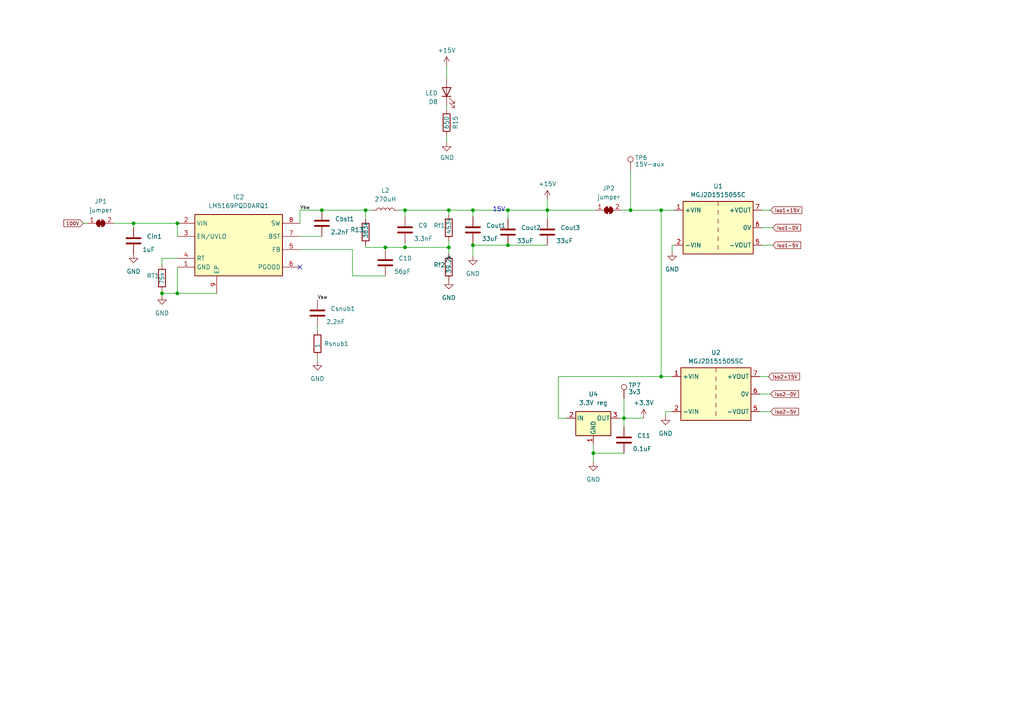
<source format=kicad_sch>
(kicad_sch (version 20231120) (generator "eeschema") (generator_version "8.0")
  (paper "A4")
  (lib_symbols
    (symbol "Connector:TestPoint" (pin_numbers hide) (pin_names (offset 0.762) hide)
      (property "Reference" "TP" (at 0 6.858 0))
      (property "Value" "TestPoint" (at 0 5.08 0))
      (symbol "TestPoint_0_1"
        (circle (center 0 3.302) (radius 0.762))
      )
      (symbol "TestPoint_1_1"
        (pin passive line (at 0 0 90) (length 2.54) (name "1") (number "1"))
      )
    )
    (symbol "Converter_DCDC:MGJ2D151505SC"
      (property "Reference" "U" (at 0 11.43 0))
      (property "Value" "MGJ2D151505SC" (at 0 8.89 0))
      (symbol "MGJ2D151505SC_0_1"
        (rectangle (start -10.16 7.62) (end 10.16 -7.62) (stroke (width 0.254)) (fill (type background)))
        (polyline (pts (xy 0 -5.08) (xy 0 -6.35)))
        (polyline (pts (xy 0 -2.54) (xy 0 -3.81)))
        (polyline (pts (xy 0 0) (xy 0 -1.27)))
        (polyline (pts (xy 0 2.54) (xy 0 1.27)))
        (polyline (pts (xy 0 5.08) (xy 0 3.81)))
        (polyline (pts (xy 0 7.62) (xy 0 6.35)))
      )
      (symbol "MGJ2D151505SC_1_1"
        (pin power_in line (at -12.7 5.08 0) (length 2.54) (name "+VIN") (number "1"))
        (pin power_in line (at -12.7 -5.08 0) (length 2.54) (name "-VIN") (number "2"))
        (pin power_out line (at 12.7 -5.08 180) (length 2.54) (name "-VOUT") (number "5"))
        (pin power_out line (at 12.7 0 180) (length 2.54) (name "0V") (number "6"))
        (pin power_out line (at 12.7 5.08 180) (length 2.54) (name "+VOUT") (number "7"))
      )
    )
    (symbol "Device:C" (pin_numbers hide) (pin_names (offset 0.254))
      (property "Reference" "C" (at 0.635 2.54 0))
      (property "Value" "C" (at 0.635 -2.54 0))
      (symbol "C_0_1"
        (polyline (pts (xy -2.032 -0.762) (xy 2.032 -0.762)) (stroke (width 0.508)))
        (polyline (pts (xy -2.032 0.762) (xy 2.032 0.762)) (stroke (width 0.508)))
      )
      (symbol "C_1_1"
        (pin passive line (at 0 3.81 270) (length 2.794) (name "~") (number "1"))
        (pin passive line (at 0 -3.81 90) (length 2.794) (name "~") (number "2"))
      )
    )
    (symbol "Device:L" (pin_numbers hide) (pin_names (offset 1.016) hide)
      (property "Reference" "L" (at -1.27 0 90))
      (property "Value" "L" (at 1.905 0 90))
      (symbol "L_0_1"
        (arc (start 0 -2.54) (mid 0.6323 -1.905) (end 0 -1.27))
        (arc (start 0 -1.27) (mid 0.6323 -0.635) (end 0 0))
        (arc (start 0 0) (mid 0.6323 0.635) (end 0 1.27))
        (arc (start 0 1.27) (mid 0.6323 1.905) (end 0 2.54))
      )
      (symbol "L_1_1"
        (pin passive line (at 0 3.81 270) (length 1.27) (name "1") (number "1"))
        (pin passive line (at 0 -3.81 90) (length 1.27) (name "2") (number "2"))
      )
    )
    (symbol "Device:LED" (pin_numbers hide) (pin_names (offset 1.016) hide)
      (property "Reference" "D" (at 0 2.54 0))
      (property "Value" "LED" (at 0 -2.54 0))
      (symbol "LED_0_1"
        (polyline (pts (xy -1.27 -1.27) (xy -1.27 1.27)) (stroke (width 0.254)))
        (polyline (pts (xy -1.27 0) (xy 1.27 0)))
        (polyline (pts (xy 1.27 -1.27) (xy 1.27 1.27) (xy -1.27 0) (xy 1.27 -1.27)) (stroke (width 0.254)))
        (polyline (pts (xy -3.048 -0.762) (xy -4.572 -2.286) (xy -3.81 -2.286) (xy -4.572 -2.286) (xy -4.572 -1.524)))
        (polyline (pts (xy -1.778 -0.762) (xy -3.302 -2.286) (xy -2.54 -2.286) (xy -3.302 -2.286) (xy -3.302 -1.524)))
      )
      (symbol "LED_1_1"
        (pin passive line (at -3.81 0 0) (length 2.54) (name "K") (number "1"))
        (pin passive line (at 3.81 0 180) (length 2.54) (name "A") (number "2"))
      )
    )
    (symbol "Device:R" (pin_numbers hide) (pin_names (offset 0))
      (property "Reference" "R" (at 2.032 0 90))
      (property "Value" "R" (at 0 0 90))
      (symbol "R_0_1"
        (rectangle (start -1.016 -2.54) (end 1.016 2.54) (stroke (width 0.254)))
      )
      (symbol "R_1_1"
        (pin passive line (at 0 3.81 270) (length 1.27) (name "~") (number "1"))
        (pin passive line (at 0 -3.81 90) (length 1.27) (name "~") (number "2"))
      )
    )
    (symbol "Jumper:SolderJumper_2_Bridged" (pin_names (offset 0) hide)
      (property "Reference" "JP" (at 0 2.032 0))
      (property "Value" "SolderJumper_2_Bridged" (at 0 -2.54 0))
      (symbol "SolderJumper_2_Bridged_0_1"
        (rectangle (start -0.508 0.508) (end 0.508 -0.508) (fill (type outline)))
        (arc (start -0.254 1.016) (mid -1.2656 0) (end -0.254 -1.016))
        (arc (start -0.254 1.016) (mid -1.2656 0) (end -0.254 -1.016) (fill (type outline)))
        (polyline (pts (xy -0.254 1.016) (xy -0.254 -1.016)))
        (polyline (pts (xy 0.254 1.016) (xy 0.254 -1.016)))
        (arc (start 0.254 -1.016) (mid 1.2656 0) (end 0.254 1.016))
        (arc (start 0.254 -1.016) (mid 1.2656 0) (end 0.254 1.016) (fill (type outline)))
      )
      (symbol "SolderJumper_2_Bridged_1_1"
        (pin passive line (at -3.81 0 0) (length 2.54) (name "A") (number "1"))
        (pin passive line (at 3.81 0 180) (length 2.54) (name "B") (number "2"))
      )
    )
    (symbol "LM5169PQDDARQ1:LM5169PQDDARQ1"
      (property "Reference" "IC2" (at 17.78 7.62 0))
      (property "Value" "LM5169PQDDARQ1" (at 17.78 5.08 0))
      (symbol "LM5169PQDDARQ1_1_1"
        (rectangle (start 5.08 2.54) (end 30.48 -15.24) (stroke (width 0.254)) (fill (type background)))
        (pin passive line (at 0 -12.7 0) (length 5.08) (name "GND") (number "1"))
        (pin passive line (at 0 0 0) (length 5.08) (name "VIN") (number "2"))
        (pin passive line (at 0 -3.81 0) (length 5.08) (name "EN/UVLO") (number "3"))
        (pin passive line (at 0 -10.16 0) (length 5.08) (name "RT") (number "4"))
        (pin passive line (at 35.56 -7.62 180) (length 5.08) (name "FB") (number "5"))
        (pin passive line (at 35.56 -12.7 180) (length 5.08) (name "PGOOD") (number "6"))
        (pin passive line (at 35.56 -3.81 180) (length 5.08) (name "BST") (number "7"))
        (pin passive line (at 35.56 0 180) (length 5.08) (name "SW") (number "8"))
        (pin passive line (at 11.43 -20.32 90) (length 5.08) (name "EP") (number "9"))
      )
    )
    (symbol "Regulator_Linear:L7805" (pin_names (offset 0.254))
      (property "Reference" "U4" (at 0 6.985 0))
      (property "Value" "3.3V reg" (at 0 4.445 0))
      (symbol "L7805_0_1"
        (rectangle (start -5.08 1.905) (end 5.08 -5.08) (stroke (width 0.254)) (fill (type background)))
      )
      (symbol "L7805_1_1"
        (pin power_in line (at 0 -7.62 90) (length 2.54) (name "GND") (number "1"))
        (pin power_in line (at -7.62 0 0) (length 2.54) (name "IN") (number "2"))
        (pin power_out line (at 7.62 0 180) (length 2.54) (name "OUT") (number "3"))
      )
    )
    (symbol "power:+15V" (power) (pin_names (offset 0))
      (property "Value" "+15V" (at 0 3.556 0))
      (symbol "+15V_0_1"
        (polyline (pts (xy -0.762 1.27) (xy 0 2.54)))
        (polyline (pts (xy 0 0) (xy 0 2.54)))
        (polyline (pts (xy 0 2.54) (xy 0.762 1.27)))
      )
      (symbol "+15V_1_1"
        (pin power_in line (at 0 0 90) (length 0) hide (name "+15V") (number "1"))
      )
    )
    (symbol "power:+3.3V" (power) (pin_names (offset 0))
      (property "Value" "+3.3V" (at 0 3.556 0))
      (symbol "+3.3V_0_1"
        (polyline (pts (xy -0.762 1.27) (xy 0 2.54)))
        (polyline (pts (xy 0 0) (xy 0 2.54)))
        (polyline (pts (xy 0 2.54) (xy 0.762 1.27)))
      )
      (symbol "+3.3V_1_1"
        (pin power_in line (at 0 0 90) (length 0) hide (name "+3.3V") (number "1"))
      )
    )
    (symbol "power:GND" (power) (pin_names (offset 0))
      (property "Value" "GND" (at 0 -3.81 0))
      (symbol "GND_0_1"
        (polyline (pts (xy 0 0) (xy 0 -1.27) (xy 1.27 -1.27) (xy 0 -2.54) (xy -1.27 -1.27) (xy 0 -1.27)))
      )
      (symbol "GND_1_1"
        (pin power_in line (at 0 0 270) (length 0) hide (name "GND") (number "1"))
      )
    )
  )
  (junction (at 191.77 60.96))
  (junction (at 93.345 60.96))
  (junction (at 172.085 131.445))
  (junction (at 147.32 71.12))
  (junction (at 38.735 64.77))
  (junction (at 137.16 60.96))
  (junction (at 130.175 71.755))
  (junction (at 130.175 60.96))
  (junction (at 117.475 60.96))
  (junction (at 51.435 85.09))
  (junction (at 111.76 71.755))
  (junction (at 180.975 121.285))
  (junction (at 106.045 60.96))
  (junction (at 147.32 60.96))
  (junction (at 191.77 109.22))
  (junction (at 158.75 60.96))
  (junction (at 46.99 85.09))
  (junction (at 51.435 64.77))
  (junction (at 182.88 60.96))
  (junction (at 117.475 71.755))
  (junction (at 137.16 71.12))
  (no_connect (at 86.995 77.47))
  (wire (pts (xy 223.52 119.38) (xy 220.345 119.38)))
  (wire (pts (xy 180.975 115.57) (xy 180.975 121.285)))
  (wire (pts (xy 102.235 72.39) (xy 86.995 72.39)))
  (wire (pts (xy 158.75 63.5) (xy 158.75 60.96)))
  (wire (pts (xy 117.475 62.865) (xy 117.475 60.96)))
  (wire (pts (xy 46.99 85.09) (xy 46.99 84.455)))
  (wire (pts (xy 172.085 131.445) (xy 172.085 133.985)))
  (wire (pts (xy 193.04 119.38) (xy 193.04 120.65)))
  (wire (pts (xy 129.54 41.275) (xy 129.54 39.37)))
  (wire (pts (xy 38.735 66.04) (xy 38.735 64.77)))
  (wire (pts (xy 161.925 109.22) (xy 161.925 121.285)))
  (wire (pts (xy 224.155 66.04) (xy 220.98 66.04)))
  (wire (pts (xy 222.885 109.22) (xy 220.345 109.22)))
  (wire (pts (xy 130.175 71.755) (xy 130.175 73.66)))
  (wire (pts (xy 158.75 60.96) (xy 172.72 60.96)))
  (wire (pts (xy 106.045 71.755) (xy 111.76 71.755)))
  (wire (pts (xy 115.57 60.96) (xy 117.475 60.96)))
  (wire (pts (xy 129.54 30.48) (xy 129.54 31.75)))
  (wire (pts (xy 106.045 63.5) (xy 106.045 60.96)))
  (wire (pts (xy 51.435 64.77) (xy 51.435 68.58)))
  (wire (pts (xy 223.52 60.96) (xy 220.98 60.96)))
  (wire (pts (xy 93.345 60.96) (xy 106.045 60.96)))
  (wire (pts (xy 182.88 49.53) (xy 182.88 60.96)))
  (wire (pts (xy 180.34 60.96) (xy 182.88 60.96)))
  (wire (pts (xy 191.77 109.22) (xy 194.945 109.22)))
  (wire (pts (xy 24.13 64.77) (xy 25.4 64.77)))
  (wire (pts (xy 129.54 19.05) (xy 129.54 22.86)))
  (wire (pts (xy 182.88 60.96) (xy 191.77 60.96)))
  (wire (pts (xy 130.175 69.85) (xy 130.175 71.755)))
  (wire (pts (xy 147.32 63.5) (xy 147.32 60.96)))
  (wire (pts (xy 111.76 71.755) (xy 117.475 71.755)))
  (wire (pts (xy 92.075 104.775) (xy 92.075 103.505)))
  (wire (pts (xy 86.995 64.77) (xy 86.995 60.96)))
  (wire (pts (xy 158.75 57.785) (xy 158.75 60.96)))
  (wire (pts (xy 137.16 60.96) (xy 147.32 60.96)))
  (wire (pts (xy 117.475 71.755) (xy 130.175 71.755)))
  (wire (pts (xy 224.155 71.12) (xy 220.98 71.12)))
  (wire (pts (xy 46.99 74.93) (xy 51.435 74.93)))
  (wire (pts (xy 137.16 60.96) (xy 130.175 60.96)))
  (wire (pts (xy 191.77 60.96) (xy 191.77 109.22)))
  (wire (pts (xy 51.435 77.47) (xy 51.435 85.09)))
  (wire (pts (xy 130.175 62.23) (xy 130.175 60.96)))
  (wire (pts (xy 102.235 80.01) (xy 102.235 72.39)))
  (wire (pts (xy 38.735 64.77) (xy 51.435 64.77)))
  (wire (pts (xy 147.32 60.96) (xy 158.75 60.96)))
  (wire (pts (xy 92.075 94.615) (xy 92.075 95.885)))
  (wire (pts (xy 137.16 74.295) (xy 137.16 71.12)))
  (wire (pts (xy 46.99 76.835) (xy 46.99 74.93)))
  (wire (pts (xy 33.02 64.77) (xy 38.735 64.77)))
  (wire (pts (xy 137.16 71.12) (xy 137.16 70.485)))
  (wire (pts (xy 62.865 85.09) (xy 51.435 85.09)))
  (wire (pts (xy 117.475 71.755) (xy 117.475 70.485)))
  (wire (pts (xy 86.995 60.96) (xy 93.345 60.96)))
  (wire (pts (xy 180.975 121.285) (xy 180.975 123.825)))
  (wire (pts (xy 130.175 60.96) (xy 117.475 60.96)))
  (wire (pts (xy 180.975 121.285) (xy 179.705 121.285)))
  (wire (pts (xy 186.69 121.285) (xy 180.975 121.285)))
  (wire (pts (xy 161.925 109.22) (xy 191.77 109.22)))
  (wire (pts (xy 106.045 71.12) (xy 106.045 71.755)))
  (wire (pts (xy 161.925 121.285) (xy 164.465 121.285)))
  (wire (pts (xy 51.435 85.09) (xy 46.99 85.09)))
  (wire (pts (xy 111.76 71.755) (xy 111.76 72.39)))
  (wire (pts (xy 147.32 71.12) (xy 158.75 71.12)))
  (wire (pts (xy 86.995 68.58) (xy 93.345 68.58)))
  (wire (pts (xy 172.085 128.905) (xy 172.085 131.445)))
  (wire (pts (xy 195.58 60.96) (xy 191.77 60.96)))
  (wire (pts (xy 223.52 114.3) (xy 220.345 114.3)))
  (wire (pts (xy 180.975 131.445) (xy 172.085 131.445)))
  (wire (pts (xy 111.76 80.01) (xy 102.235 80.01)))
  (wire (pts (xy 46.99 85.725) (xy 46.99 85.09)))
  (wire (pts (xy 193.04 119.38) (xy 194.945 119.38)))
  (wire (pts (xy 194.945 73.025) (xy 194.945 71.12)))
  (wire (pts (xy 137.16 71.12) (xy 147.32 71.12)))
  (wire (pts (xy 106.045 60.96) (xy 107.95 60.96)))
  (wire (pts (xy 137.16 60.96) (xy 137.16 62.865)))
  (wire (pts (xy 194.945 71.12) (xy 195.58 71.12)))
  (text "15V" (at 142.875 61.595 0) (effects (font (size 1.27 1.27)) (justify left bottom)))
  (label "Vsw" (at 92.075 86.995 0) (effects (font (size 1 1))))
  (label "Vsw" (at 86.995 60.96 0) (effects (font (size 1 1))))
  (global_label "iso1-0V" (shape input) (at 224.155 66.04 0) (effects (font (size 1 1))) (property "Intersheetrefs" "${INTERSHEET_REFS}" (effects (hide yes))))
  (global_label "iso2-0V" (shape input) (at 223.52 114.3 0) (effects (font (size 1 1))) (property "Intersheetrefs" "${INTERSHEET_REFS}" (effects (hide yes))))
  (global_label "iso1-5V" (shape input) (at 224.155 71.12 0) (effects (font (size 1 1))) (property "Intersheetrefs" "${INTERSHEET_REFS}" (effects (hide yes))))
  (global_label "iso1+15V" (shape input) (at 223.52 60.96 0) (effects (font (size 1 1))) (property "Intersheetrefs" "${INTERSHEET_REFS}" (effects (hide yes))))
  (global_label "100V" (shape input) (at 24.13 64.77 180) (effects (font (size 1 1))) (property "Intersheetrefs" "${INTERSHEET_REFS}" (effects (hide yes))))
  (global_label "iso2-5V" (shape input) (at 223.52 119.38 0) (effects (font (size 1 1))) (property "Intersheetrefs" "${INTERSHEET_REFS}" (effects (hide yes))))
  (global_label "iso2+15V" (shape input) (at 222.885 109.22 0) (effects (font (size 1 1))) (property "Intersheetrefs" "${INTERSHEET_REFS}" (effects (hide yes))))
  (symbol (lib_id "power:+15V") (at 158.75 57.785 0) (unit 1)
    (property "Reference" "#PWR023" (effects (hide yes)))
    (property "Value" "+15V" (at 158.75 53.34 0))
  )
  (symbol (lib_id "power:GND") (at 46.99 85.725 0) (unit 1)
    (property "Reference" "#PWR05" (effects (hide yes)))
    (property "Value" "GND" (at 46.99 90.805 0))
  )
  (symbol (lib_id "Device:R") (at 106.045 67.31 0) (unit 1)
    (property "Reference" "R13" (at 101.6 66.675 0) (effects (justify left)))
    (property "Value" "383k" (at 106.045 69.215 90) (effects (justify left)))
    (property "Footprint" "Resistor_SMD:R_0805_2012Metric" (effects (hide yes)))
  )
  (symbol (lib_id "Device:R") (at 129.54 35.56 180) (unit 1)
    (property "Reference" "R15" (at 132.08 35.56 90))
    (property "Value" "650" (at 129.54 35.56 90))
    (property "Footprint" "Resistor_SMD:R_0805_2012Metric" (effects (hide yes)))
    (instances (project "Synchronous-buck-converter" (path "" (reference "R15") (unit 1))) (project "Half_Bridge_Inverter" (path "" (reference "R10") (unit 1))))
  )
  (symbol (lib_id "power:GND") (at 38.735 73.66 0) (unit 1)
    (property "Reference" "#PWR04" (effects (hide yes)))
    (property "Value" "GND" (at 38.735 78.74 0))
  )
  (symbol (lib_id "Device:C") (at 111.76 76.2 0) (unit 1)
    (property "Reference" "C10" (at 115.57 74.93 0) (effects (justify left)))
    (property "Value" "56pF" (at 114.3 78.74 0) (effects (justify left)))
    (property "Footprint" "Capacitor_SMD:C_0805_2012Metric" (effects (hide yes)))
  )
  (symbol (lib_id "power:+3.3V") (at 186.69 121.285 0) (unit 1)
    (property "Reference" "#PWR011" (effects (hide yes)))
    (property "Value" "+3.3V" (at 186.69 116.84 0))
  )
  (symbol (lib_id "power:GND") (at 172.085 133.985 0) (unit 1)
    (property "Reference" "#PWR010" (effects (hide yes)))
    (property "Value" "GND" (at 172.085 139.065 0))
  )
  (symbol (lib_id "Device:C") (at 180.975 127.635 0) (unit 1)
    (property "Reference" "C11" (at 184.785 126.365 0) (effects (justify left)))
    (property "Value" "0.1uF" (at 183.515 130.175 0) (effects (justify left)))
    (property "Footprint" "Capacitor_SMD:C_0805_2012Metric" (effects (hide yes)))
  )
  (symbol (lib_id "Device:C") (at 147.32 67.31 0) (unit 1)
    (property "Reference" "Cout2" (at 151.13 66.04 0) (effects (justify left)))
    (property "Value" "33uF" (at 149.86 69.85 0) (effects (justify left)))
    (property "Footprint" "Capacitor_SMD:C_1210_3225Metric" (effects (hide yes)))
  )
  (symbol (lib_id "Device:C") (at 93.345 64.77 0) (unit 1)
    (property "Reference" "Cbst1" (at 97.155 63.5 0) (effects (justify left)))
    (property "Value" "2.2nF" (at 95.885 67.31 0) (effects (justify left)))
    (property "Footprint" "Capacitor_SMD:C_0805_2012Metric" (effects (hide yes)))
  )
  (symbol (lib_id "Device:R") (at 46.99 80.645 0) (unit 1)
    (property "Reference" "RT1" (at 42.545 80.01 0) (effects (justify left)))
    (property "Value" "75k" (at 46.99 82.55 90) (effects (justify left)))
    (property "Footprint" "Resistor_SMD:R_0805_2012Metric" (effects (hide yes)))
  )
  (symbol (lib_id "Jumper:SolderJumper_2_Bridged") (at 176.53 60.96 0) (unit 1)
    (property "Reference" "JP2" (at 176.53 54.61 0))
    (property "Value" "jumper" (at 176.53 57.15 0))
    (property "Footprint" "Jumper:SolderJumper-2_P1.3mm_Open_RoundedPad1.0x1.5mm" (effects (hide yes)))
    (property "Description" "Solder Jumper, 2-pole, closed/bridged" (effects (hide yes)))
  )
  (symbol (lib_id "Device:C") (at 92.075 90.805 0) (unit 1)
    (property "Reference" "Csnub1" (at 95.885 89.535 0) (effects (justify left)))
    (property "Value" "2.2nF" (at 94.615 93.345 0) (effects (justify left)))
    (property "Footprint" "Capacitor_SMD:C_0805_2012Metric" (effects (hide yes)))
  )
  (symbol (lib_id "power:+15V") (at 129.54 19.05 0) (unit 1)
    (property "Reference" "#PWR025" (effects (hide yes)))
    (property "Value" "+15V" (at 129.54 14.605 0))
  )
  (symbol (lib_id "Device:C") (at 158.75 67.31 0) (unit 1)
    (property "Reference" "Cout3" (at 162.56 66.04 0) (effects (justify left)))
    (property "Value" "33uF" (at 161.29 69.85 0) (effects (justify left)))
    (property "Footprint" "Capacitor_SMD:C_1210_3225Metric" (effects (hide yes)))
  )
  (symbol (lib_id "power:GND") (at 92.075 104.775 0) (unit 1)
    (property "Reference" "#PWR016" (effects (hide yes)))
    (property "Value" "GND" (at 92.075 109.855 0))
  )
  (symbol (lib_id "LM5169PQDDARQ1:LM5169PQDDARQ1") (at 51.435 64.77 0) (unit 1)
    (property "Reference" "IC2" (at 69.215 57.15 0))
    (property "Value" "LM5169PQDDARQ1" (at 69.215 59.69 0))
    (property "Footprint" "LM5169PQDDARQ1:SOIC127P600X170-9N" (effects (hide yes)))
    (property "Datasheet" "https://www.ti.com/lit/ds/symlink/lm5168.pdf?ts=1669964418094" (effects (hide yes)))
    (property "Height" "1.7" (effects (hide yes)))
    (property "Manufacturer_Name" "Texas Instruments" (effects (hide yes)))
    (property "Manufacturer_Part_Number" "LM5169PQDDARQ1" (effects (hide yes)))
    (property "Mouser Part Number" "595-LM5169PQDDARQ1" (effects (hide yes)))
    (property "Mouser Price/Stock" "https://www.mouser.co.uk/ProductDetail/Texas-Instruments/LM5169PQDDARQ1?qs=By6Nw2ByBD2E%2FX23vJc%252BCg%3D%3D" (effects (hide yes)))
  )
  (symbol (lib_id "Connector:TestPoint") (at 182.88 49.53 0) (unit 1)
    (property "Reference" "TP6" (at 184.15 45.72 0) (effects (justify left)))
    (property "Value" "15V-aux" (at 184.15 47.625 0) (effects (justify left)))
    (property "Footprint" "5001 tp:KEYSTONE_5001" (effects (hide yes)))
  )
  (symbol (lib_id "Converter_DCDC:MGJ2D151505SC") (at 208.28 66.04 0) (unit 1)
    (property "Reference" "U1" (at 208.28 53.975 0))
    (property "Value" "MGJ2D151505SC" (at 208.28 56.515 0))
    (property "Footprint" "Converter_DCDC:Converter_DCDC_Murata_MGJ2DxxxxxxSC_THT" (effects (hide yes)))
    (property "Datasheet" "https://power.murata.com/pub/data/power/ncl/kdc_mgj2.pdf" (effects (hide yes)))
  )
  (symbol (lib_id "Connector:TestPoint") (at 180.975 115.57 0) (unit 1)
    (property "Reference" "TP7" (at 182.245 111.76 0) (effects (justify left)))
    (property "Value" "3v3" (at 182.245 113.665 0) (effects (justify left)))
    (property "Footprint" "5001 tp:KEYSTONE_5001" (effects (hide yes)))
  )
  (symbol (lib_id "Device:R") (at 130.175 77.47 0) (unit 1)
    (property "Reference" "Rf2" (at 125.73 76.835 0) (effects (justify left)))
    (property "Value" "39.2k" (at 130.175 79.375 90) (effects (justify left)))
    (property "Footprint" "Resistor_SMD:R_0805_2012Metric" (effects (hide yes)))
  )
  (symbol (lib_id "power:GND") (at 129.54 41.275 0) (unit 1)
    (property "Reference" "#PWR024" (effects (hide yes)))
    (property "Value" "GND" (at 127.635 45.72 0) (effects (justify left)))
    (instances (project "Synchronous-buck-converter" (path "" (reference "#PWR024") (unit 1))) (project "Half_Bridge_Inverter" (path "" (reference "#PWR0105") (unit 1))))
  )
  (symbol (lib_id "Device:L") (at 111.76 60.96 90) (unit 1)
    (property "Reference" "L2" (at 111.76 55.245 90))
    (property "Value" "270uH" (at 111.76 57.785 90))
    (property "Footprint" "SRR1050HA-271Y-inductor:INDPM102100X510N" (effects (hide yes)))
    (property "mouser part no" "SRR1050HA-271Y" (effects (hide yes)))
  )
  (symbol (lib_id "Device:R") (at 92.075 99.695 0) (unit 1)
    (property "Reference" "Rsnub1" (at 93.98 99.695 0) (effects (justify left)))
    (property "Value" "1" (at 92.075 100.965 90) (effects (justify left)))
    (property "Footprint" "Resistor_SMD:R_0805_2012Metric" (effects (hide yes)))
  )
  (symbol (lib_id "Device:C") (at 117.475 66.675 0) (unit 1)
    (property "Reference" "C9" (at 121.285 65.405 0) (effects (justify left)))
    (property "Value" "3.3nF" (at 120.015 69.215 0) (effects (justify left)))
    (property "Footprint" "Capacitor_SMD:C_0805_2012Metric" (effects (hide yes)))
  )
  (symbol (lib_id "Converter_DCDC:MGJ2D151505SC") (at 207.645 114.3 0) (unit 1)
    (property "Reference" "U2" (at 207.645 102.235 0))
    (property "Value" "MGJ2D151505SC" (at 207.645 104.775 0))
    (property "Footprint" "Converter_DCDC:Converter_DCDC_Murata_MGJ2DxxxxxxSC_THT" (effects (hide yes)))
    (property "Datasheet" "https://power.murata.com/pub/data/power/ncl/kdc_mgj2.pdf" (effects (hide yes)))
  )
  (symbol (lib_id "power:GND") (at 193.04 120.65 0) (unit 1)
    (property "Reference" "#PWR08" (effects (hide yes)))
    (property "Value" "GND" (at 193.04 125.73 0))
  )
  (symbol (lib_id "Regulator_Linear:L7805") (at 172.085 121.285 0) (unit 1)
    (property "Reference" "U4" (at 172.085 114.3 0))
    (property "Value" "3.3V reg" (at 172.085 116.84 0))
    (property "Footprint" "Package_TO_SOT_SMD:SOT-89-3" (effects (hide yes)))
    (property "Datasheet" "http://www.st.com/content/ccc/resource/technical/document/datasheet/41/4f/b3/b0/12/d4/47/88/CD00000444.pdf/files/CD00000444.pdf/jcr:content/translations/en.CD00000444.pdf" (effects (hide yes)))
    (property "mouser part no" "TLV709A33PKR" (effects (hide yes)))
  )
  (symbol (lib_id "Device:LED") (at 129.54 26.67 90) (unit 1)
    (property "Reference" "D8" (at 127 29.5276 90) (effects (justify left)))
    (property "Value" "LED" (at 127 26.9876 90) (effects (justify left)))
    (property "Footprint" "LED_SMD:LED_0805_2012Metric" (effects (hide yes)))
    (instances (project "Synchronous-buck-converter" (path "" (reference "D8") (unit 1))) (project "Half_Bridge_Inverter" (path "" (reference "D5") (unit 1))))
  )
  (symbol (lib_id "Device:R") (at 130.175 66.04 0) (unit 1)
    (property "Reference" "Rf1" (at 125.73 65.405 0) (effects (justify left)))
    (property "Value" "453k" (at 130.175 67.945 90) (effects (justify left)))
    (property "Footprint" "Resistor_SMD:R_0805_2012Metric" (effects (hide yes)))
  )
  (symbol (lib_id "Jumper:SolderJumper_2_Bridged") (at 29.21 64.77 0) (unit 1)
    (property "Reference" "JP1" (at 29.21 58.42 0))
    (property "Value" "jumper" (at 29.21 60.96 0))
    (property "Footprint" "Jumper:SolderJumper-2_P1.3mm_Open_RoundedPad1.0x1.5mm" (effects (hide yes)))
    (property "Description" "Solder Jumper, 2-pole, closed/bridged" (effects (hide yes)))
  )
  (symbol (lib_id "Device:C") (at 38.735 69.85 0) (unit 1)
    (property "Reference" "Cin1" (at 42.545 68.58 0) (effects (justify left)))
    (property "Value" "1uF" (at 41.275 72.39 0) (effects (justify left)))
    (property "Footprint" "Capacitor_SMD:C_1812_4532Metric" (effects (hide yes)))
    (property "mouser no" "18122C105JAT2A" (effects (hide yes)))
  )
  (symbol (lib_id "power:GND") (at 137.16 74.295 0) (unit 1)
    (property "Reference" "#PWR020" (effects (hide yes)))
    (property "Value" "GND" (at 137.16 79.375 0))
  )
  (symbol (lib_id "power:GND") (at 194.945 73.025 0) (unit 1)
    (property "Reference" "#PWR09" (effects (hide yes)))
    (property "Value" "GND" (at 194.945 78.105 0))
  )
  (symbol (lib_id "power:GND") (at 130.175 81.28 0) (unit 1)
    (property "Reference" "#PWR06" (effects (hide yes)))
    (property "Value" "GND" (at 130.175 86.36 0))
  )
  (symbol (lib_id "Device:C") (at 137.16 66.675 0) (unit 1)
    (property "Reference" "Cout1" (at 140.97 65.405 0) (effects (justify left)))
    (property "Value" "33uF" (at 139.7 69.215 0) (effects (justify left)))
    (property "Footprint" "Capacitor_SMD:C_1210_3225Metric" (effects (hide yes)))
  )
)
</source>
